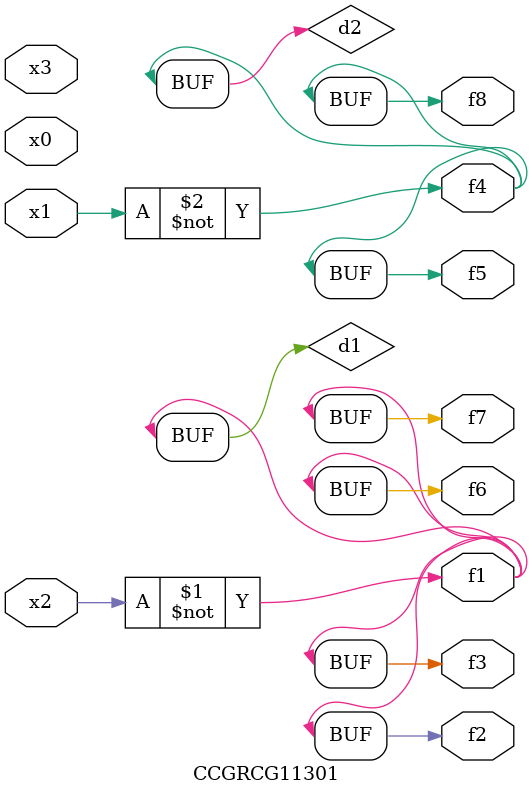
<source format=v>
module CCGRCG11301(
	input x0, x1, x2, x3,
	output f1, f2, f3, f4, f5, f6, f7, f8
);

	wire d1, d2;

	xnor (d1, x2);
	not (d2, x1);
	assign f1 = d1;
	assign f2 = d1;
	assign f3 = d1;
	assign f4 = d2;
	assign f5 = d2;
	assign f6 = d1;
	assign f7 = d1;
	assign f8 = d2;
endmodule

</source>
